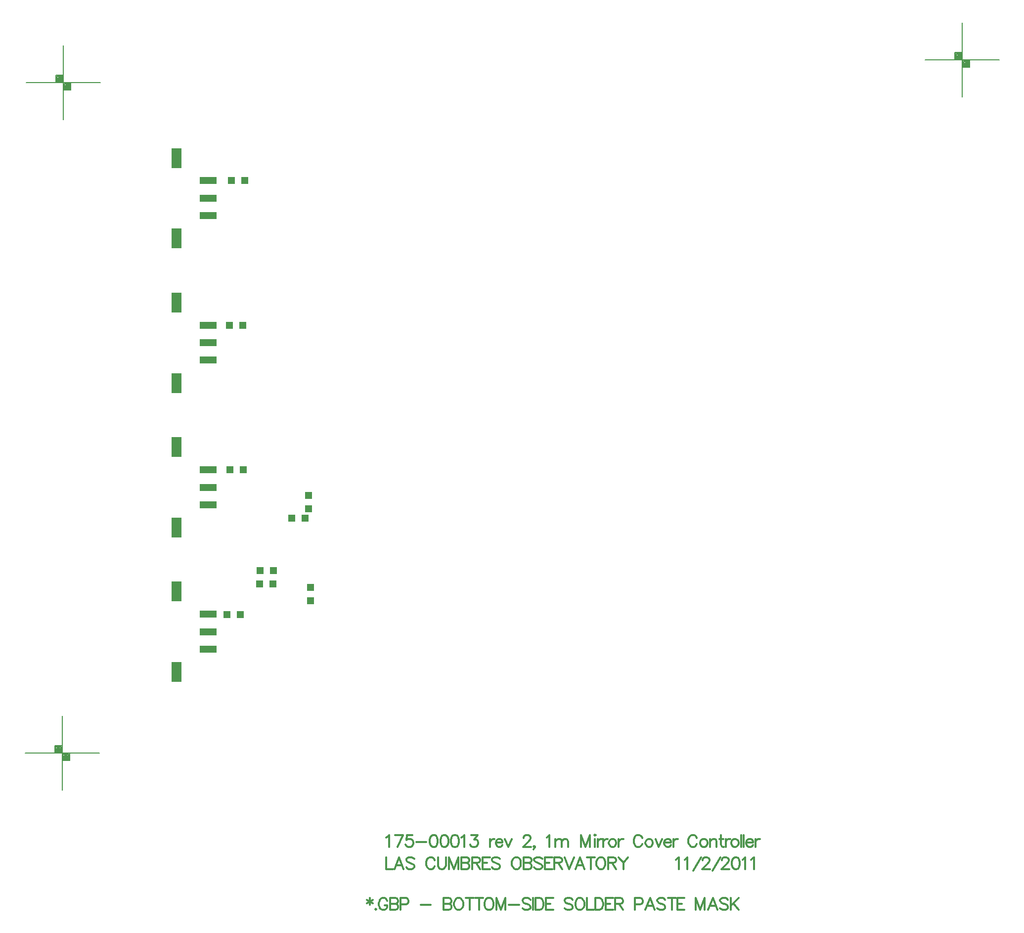
<source format=gbp>
%FSLAX23Y23*%
%MOIN*%
G70*
G01*
G75*
G04 Layer_Color=128*
%ADD10R,0.025X0.100*%
%ADD11R,0.057X0.012*%
%ADD12R,0.025X0.185*%
%ADD13R,0.085X0.138*%
%ADD14R,0.085X0.043*%
%ADD15R,0.085X0.043*%
%ADD16R,0.035X0.053*%
%ADD17R,0.053X0.053*%
%ADD18R,0.070X0.135*%
%ADD19R,0.036X0.036*%
%ADD20R,0.098X0.268*%
%ADD21R,0.078X0.048*%
%ADD22R,0.063X0.075*%
%ADD23R,0.050X0.050*%
%ADD24R,0.079X0.209*%
%ADD25R,0.094X0.130*%
%ADD26O,0.028X0.098*%
%ADD27R,0.087X0.059*%
%ADD28O,0.027X0.010*%
%ADD29R,0.065X0.094*%
%ADD30O,0.024X0.010*%
%ADD31R,0.135X0.070*%
%ADD32R,0.050X0.050*%
%ADD33R,0.115X0.050*%
%ADD34R,0.065X0.135*%
%ADD35C,0.050*%
%ADD36C,0.008*%
%ADD37C,0.005*%
%ADD38C,0.012*%
%ADD39C,0.010*%
%ADD40C,0.020*%
%ADD41C,0.100*%
%ADD42C,0.030*%
%ADD43C,0.025*%
%ADD44C,0.012*%
%ADD45C,0.012*%
%ADD46C,0.060*%
%ADD47C,0.039*%
%ADD48C,0.220*%
%ADD49C,0.020*%
%ADD50C,0.059*%
%ADD51R,0.059X0.059*%
%ADD52C,0.063*%
%ADD53C,0.116*%
%ADD54C,0.065*%
%ADD55C,0.100*%
%ADD56C,0.079*%
%ADD57R,0.059X0.059*%
%ADD58C,0.059*%
%ADD59C,0.087*%
%ADD60R,0.087X0.087*%
%ADD61C,0.157*%
%ADD62C,0.026*%
%ADD63C,0.024*%
%ADD64C,0.050*%
%ADD65C,0.040*%
%ADD66C,0.070*%
G04:AMPARAMS|DCode=67|XSize=90mil|YSize=90mil|CornerRadius=0mil|HoleSize=0mil|Usage=FLASHONLY|Rotation=0.000|XOffset=0mil|YOffset=0mil|HoleType=Round|Shape=Relief|Width=10mil|Gap=10mil|Entries=4|*
%AMTHD67*
7,0,0,0.090,0.070,0.010,45*
%
%ADD67THD67*%
%ADD68C,0.080*%
%ADD69C,0.206*%
%ADD70C,0.075*%
%ADD71C,0.168*%
%ADD72C,0.080*%
%ADD73C,0.103*%
%ADD74C,0.087*%
%ADD75C,0.075*%
%ADD76C,0.076*%
%ADD77C,0.131*%
%ADD78C,0.053*%
G04:AMPARAMS|DCode=79|XSize=110mil|YSize=110mil|CornerRadius=0mil|HoleSize=0mil|Usage=FLASHONLY|Rotation=0.000|XOffset=0mil|YOffset=0mil|HoleType=Round|Shape=Relief|Width=10mil|Gap=10mil|Entries=4|*
%AMTHD79*
7,0,0,0.110,0.090,0.010,45*
%
%ADD79THD79*%
G04:AMPARAMS|DCode=80|XSize=70mil|YSize=70mil|CornerRadius=0mil|HoleSize=0mil|Usage=FLASHONLY|Rotation=0.000|XOffset=0mil|YOffset=0mil|HoleType=Round|Shape=Relief|Width=10mil|Gap=10mil|Entries=4|*
%AMTHD80*
7,0,0,0.070,0.050,0.010,45*
%
%ADD80THD80*%
G04:AMPARAMS|DCode=81|XSize=120mil|YSize=120mil|CornerRadius=0mil|HoleSize=0mil|Usage=FLASHONLY|Rotation=0.000|XOffset=0mil|YOffset=0mil|HoleType=Round|Shape=Relief|Width=10mil|Gap=10mil|Entries=4|*
%AMTHD81*
7,0,0,0.120,0.100,0.010,45*
%
%ADD81THD81*%
%ADD82C,0.068*%
G04:AMPARAMS|DCode=83|XSize=100mil|YSize=100mil|CornerRadius=0mil|HoleSize=0mil|Usage=FLASHONLY|Rotation=0.000|XOffset=0mil|YOffset=0mil|HoleType=Round|Shape=Relief|Width=10mil|Gap=10mil|Entries=4|*
%AMTHD83*
7,0,0,0.100,0.080,0.010,45*
%
%ADD83THD83*%
G04:AMPARAMS|DCode=84|XSize=123mil|YSize=123mil|CornerRadius=0mil|HoleSize=0mil|Usage=FLASHONLY|Rotation=0.000|XOffset=0mil|YOffset=0mil|HoleType=Round|Shape=Relief|Width=10mil|Gap=10mil|Entries=4|*
%AMTHD84*
7,0,0,0.123,0.103,0.010,45*
%
%ADD84THD84*%
G04:AMPARAMS|DCode=85|XSize=95.433mil|YSize=95.433mil|CornerRadius=0mil|HoleSize=0mil|Usage=FLASHONLY|Rotation=0.000|XOffset=0mil|YOffset=0mil|HoleType=Round|Shape=Relief|Width=10mil|Gap=10mil|Entries=4|*
%AMTHD85*
7,0,0,0.095,0.075,0.010,45*
%
%ADD85THD85*%
G04:AMPARAMS|DCode=86|XSize=107.244mil|YSize=107.244mil|CornerRadius=0mil|HoleSize=0mil|Usage=FLASHONLY|Rotation=0.000|XOffset=0mil|YOffset=0mil|HoleType=Round|Shape=Relief|Width=10mil|Gap=10mil|Entries=4|*
%AMTHD86*
7,0,0,0.107,0.087,0.010,45*
%
%ADD86THD86*%
G04:AMPARAMS|DCode=87|XSize=96.221mil|YSize=96.221mil|CornerRadius=0mil|HoleSize=0mil|Usage=FLASHONLY|Rotation=0.000|XOffset=0mil|YOffset=0mil|HoleType=Round|Shape=Relief|Width=10mil|Gap=10mil|Entries=4|*
%AMTHD87*
7,0,0,0.096,0.076,0.010,45*
%
%ADD87THD87*%
G04:AMPARAMS|DCode=88|XSize=150.551mil|YSize=150.551mil|CornerRadius=0mil|HoleSize=0mil|Usage=FLASHONLY|Rotation=0.000|XOffset=0mil|YOffset=0mil|HoleType=Round|Shape=Relief|Width=10mil|Gap=10mil|Entries=4|*
%AMTHD88*
7,0,0,0.151,0.131,0.010,45*
%
%ADD88THD88*%
G04:AMPARAMS|DCode=89|XSize=72.992mil|YSize=72.992mil|CornerRadius=0mil|HoleSize=0mil|Usage=FLASHONLY|Rotation=0.000|XOffset=0mil|YOffset=0mil|HoleType=Round|Shape=Relief|Width=10mil|Gap=10mil|Entries=4|*
%AMTHD89*
7,0,0,0.073,0.053,0.010,45*
%
%ADD89THD89*%
%ADD90C,0.090*%
G04:AMPARAMS|DCode=91|XSize=88mil|YSize=88mil|CornerRadius=0mil|HoleSize=0mil|Usage=FLASHONLY|Rotation=0.000|XOffset=0mil|YOffset=0mil|HoleType=Round|Shape=Relief|Width=10mil|Gap=10mil|Entries=4|*
%AMTHD91*
7,0,0,0.088,0.068,0.010,45*
%
%ADD91THD91*%
%ADD92C,0.010*%
%ADD93C,0.010*%
%ADD94C,0.020*%
%ADD95C,0.008*%
%ADD96C,0.006*%
%ADD97C,0.007*%
%ADD98R,0.136X0.162*%
%ADD99R,0.033X0.108*%
%ADD100R,0.061X0.016*%
%ADD101R,0.033X0.193*%
%ADD102R,0.093X0.146*%
%ADD103R,0.093X0.051*%
%ADD104R,0.093X0.051*%
%ADD105R,0.043X0.061*%
%ADD106R,0.061X0.061*%
%ADD107R,0.078X0.143*%
%ADD108R,0.044X0.044*%
%ADD109R,0.106X0.276*%
%ADD110R,0.086X0.056*%
%ADD111R,0.071X0.083*%
%ADD112R,0.058X0.058*%
%ADD113R,0.087X0.217*%
%ADD114R,0.102X0.138*%
%ADD115O,0.036X0.106*%
%ADD116R,0.095X0.067*%
%ADD117O,0.035X0.018*%
%ADD118R,0.073X0.102*%
%ADD119O,0.032X0.018*%
%ADD120R,0.143X0.078*%
%ADD121R,0.058X0.058*%
%ADD122R,0.123X0.058*%
%ADD123R,0.073X0.143*%
%ADD124C,0.047*%
%ADD125C,0.228*%
%ADD126C,0.028*%
%ADD127C,0.067*%
%ADD128R,0.067X0.067*%
%ADD129C,0.071*%
%ADD130C,0.124*%
%ADD131C,0.073*%
%ADD132C,0.108*%
%ADD133C,0.087*%
%ADD134R,0.067X0.067*%
%ADD135C,0.067*%
%ADD136C,0.095*%
%ADD137R,0.095X0.095*%
%ADD138C,0.165*%
%ADD139C,0.032*%
%ADD140C,0.058*%
%ADD141R,1.232X0.245*%
%ADD142C,0.034*%
D23*
X12445Y11034D02*
D03*
X12535D02*
D03*
X12465Y12009D02*
D03*
X12555D02*
D03*
X12461Y12983D02*
D03*
X12551D02*
D03*
X12475Y13959D02*
D03*
X12565D02*
D03*
X12970Y11682D02*
D03*
X12880D02*
D03*
X12662Y11240D02*
D03*
X12752D02*
D03*
X12757Y11328D02*
D03*
X12667D02*
D03*
D32*
X12995Y11837D02*
D03*
Y11747D02*
D03*
X13007Y11125D02*
D03*
Y11215D02*
D03*
D33*
X12318Y11035D02*
D03*
Y10917D02*
D03*
Y10799D02*
D03*
Y13958D02*
D03*
Y13840D02*
D03*
Y13722D02*
D03*
Y12984D02*
D03*
Y12866D02*
D03*
Y12748D02*
D03*
Y12009D02*
D03*
Y11891D02*
D03*
Y11773D02*
D03*
D34*
X12102Y11188D02*
D03*
Y10646D02*
D03*
Y14111D02*
D03*
Y13569D02*
D03*
Y13137D02*
D03*
Y12594D02*
D03*
Y12162D02*
D03*
Y11620D02*
D03*
D36*
X11311Y14643D02*
X11321D01*
X11311Y14638D02*
Y14648D01*
Y14638D02*
X11321D01*
Y14648D01*
X11311D02*
X11321D01*
X11306Y14633D02*
Y14648D01*
Y14633D02*
X11326D01*
Y14653D01*
X11306D02*
X11326D01*
X11301Y14628D02*
Y14653D01*
Y14628D02*
X11331D01*
Y14658D01*
X11301D02*
X11331D01*
X11296Y14623D02*
Y14663D01*
Y14623D02*
X11336D01*
Y14663D01*
X11296D02*
X11336D01*
X11361Y14593D02*
X11371D01*
X11361Y14588D02*
Y14598D01*
Y14588D02*
X11371D01*
Y14598D01*
X11361D02*
X11371D01*
X11356Y14583D02*
Y14598D01*
Y14583D02*
X11376D01*
Y14603D01*
X11356D02*
X11376D01*
X11351Y14578D02*
Y14603D01*
Y14578D02*
X11381D01*
Y14608D01*
X11351D02*
X11381D01*
X11346Y14573D02*
Y14613D01*
Y14573D02*
X11386D01*
Y14613D01*
X11346D02*
X11386D01*
X11341Y14568D02*
X11391D01*
Y14618D01*
X11291Y14668D02*
X11341D01*
X11291Y14618D02*
Y14668D01*
X11341Y14368D02*
Y14868D01*
X11091Y14618D02*
X11591D01*
X11302Y10123D02*
X11312D01*
X11302Y10118D02*
Y10128D01*
Y10118D02*
X11312D01*
Y10128D01*
X11302D02*
X11312D01*
X11297Y10113D02*
Y10128D01*
Y10113D02*
X11317D01*
Y10133D01*
X11297D02*
X11317D01*
X11292Y10108D02*
Y10133D01*
Y10108D02*
X11322D01*
Y10138D01*
X11292D02*
X11322D01*
X11287Y10103D02*
Y10143D01*
Y10103D02*
X11327D01*
Y10143D01*
X11287D02*
X11327D01*
X11352Y10073D02*
X11362D01*
X11352Y10068D02*
Y10078D01*
Y10068D02*
X11362D01*
Y10078D01*
X11352D02*
X11362D01*
X11347Y10063D02*
Y10078D01*
Y10063D02*
X11367D01*
Y10083D01*
X11347D02*
X11367D01*
X11342Y10058D02*
Y10083D01*
Y10058D02*
X11372D01*
Y10088D01*
X11342D02*
X11372D01*
X11337Y10053D02*
Y10093D01*
Y10053D02*
X11377D01*
Y10093D01*
X11337D02*
X11377D01*
X11332Y10048D02*
X11382D01*
Y10098D01*
X11282Y10148D02*
X11332D01*
X11282Y10098D02*
Y10148D01*
X11332Y9848D02*
Y10348D01*
X11082Y10098D02*
X11582D01*
X17370Y14798D02*
X17380D01*
X17370Y14793D02*
Y14803D01*
Y14793D02*
X17380Y14793D01*
X17380Y14803D01*
X17370D02*
X17380D01*
X17365Y14788D02*
Y14803D01*
Y14788D02*
X17385D01*
Y14808D01*
X17365Y14808D02*
X17385Y14808D01*
X17360Y14783D02*
Y14808D01*
Y14783D02*
X17390D01*
Y14813D01*
X17360D02*
X17390D01*
X17355Y14778D02*
Y14818D01*
Y14778D02*
X17395D01*
Y14818D01*
X17355D02*
X17395D01*
X17420Y14748D02*
X17430D01*
X17420Y14743D02*
X17420Y14753D01*
X17420Y14743D02*
X17430D01*
Y14753D01*
X17420Y14753D02*
X17430Y14753D01*
X17415Y14738D02*
Y14753D01*
Y14738D02*
X17435Y14738D01*
X17435Y14758D02*
X17435Y14738D01*
X17415Y14758D02*
X17435D01*
X17410Y14733D02*
Y14758D01*
Y14733D02*
X17440D01*
Y14763D01*
X17410D02*
X17440D01*
X17405Y14728D02*
Y14768D01*
Y14728D02*
X17445D01*
Y14768D01*
X17405D02*
X17445D01*
X17400Y14723D02*
X17450Y14723D01*
X17450Y14773D02*
X17450Y14723D01*
X17350Y14823D02*
X17400Y14823D01*
X17350Y14823D02*
X17350Y14773D01*
X17400Y14523D02*
Y15023D01*
X17150Y14773D02*
X17650D01*
D38*
X13407Y9122D02*
Y9076D01*
X13388Y9110D02*
X13426Y9087D01*
Y9110D02*
X13388Y9087D01*
X13447Y9049D02*
X13443Y9045D01*
X13447Y9042D01*
X13450Y9045D01*
X13447Y9049D01*
X13525Y9103D02*
X13521Y9110D01*
X13514Y9118D01*
X13506Y9122D01*
X13491D01*
X13483Y9118D01*
X13475Y9110D01*
X13472Y9103D01*
X13468Y9091D01*
Y9072D01*
X13472Y9061D01*
X13475Y9053D01*
X13483Y9045D01*
X13491Y9042D01*
X13506D01*
X13514Y9045D01*
X13521Y9053D01*
X13525Y9061D01*
Y9072D01*
X13506D02*
X13525D01*
X13543Y9122D02*
Y9042D01*
Y9122D02*
X13578D01*
X13589Y9118D01*
X13593Y9114D01*
X13597Y9106D01*
Y9099D01*
X13593Y9091D01*
X13589Y9087D01*
X13578Y9084D01*
X13543D02*
X13578D01*
X13589Y9080D01*
X13593Y9076D01*
X13597Y9068D01*
Y9057D01*
X13593Y9049D01*
X13589Y9045D01*
X13578Y9042D01*
X13543D01*
X13615Y9080D02*
X13649D01*
X13660Y9084D01*
X13664Y9087D01*
X13668Y9095D01*
Y9106D01*
X13664Y9114D01*
X13660Y9118D01*
X13649Y9122D01*
X13615D01*
Y9042D01*
X13749Y9076D02*
X13817D01*
X13904Y9122D02*
Y9042D01*
Y9122D02*
X13938D01*
X13949Y9118D01*
X13953Y9114D01*
X13957Y9106D01*
Y9099D01*
X13953Y9091D01*
X13949Y9087D01*
X13938Y9084D01*
X13904D02*
X13938D01*
X13949Y9080D01*
X13953Y9076D01*
X13957Y9068D01*
Y9057D01*
X13953Y9049D01*
X13949Y9045D01*
X13938Y9042D01*
X13904D01*
X13998Y9122D02*
X13990Y9118D01*
X13982Y9110D01*
X13979Y9103D01*
X13975Y9091D01*
Y9072D01*
X13979Y9061D01*
X13982Y9053D01*
X13990Y9045D01*
X13998Y9042D01*
X14013D01*
X14021Y9045D01*
X14028Y9053D01*
X14032Y9061D01*
X14036Y9072D01*
Y9091D01*
X14032Y9103D01*
X14028Y9110D01*
X14021Y9118D01*
X14013Y9122D01*
X13998D01*
X14081D02*
Y9042D01*
X14054Y9122D02*
X14108D01*
X14144D02*
Y9042D01*
X14117Y9122D02*
X14171D01*
X14203D02*
X14195Y9118D01*
X14188Y9110D01*
X14184Y9103D01*
X14180Y9091D01*
Y9072D01*
X14184Y9061D01*
X14188Y9053D01*
X14195Y9045D01*
X14203Y9042D01*
X14218D01*
X14226Y9045D01*
X14233Y9053D01*
X14237Y9061D01*
X14241Y9072D01*
Y9091D01*
X14237Y9103D01*
X14233Y9110D01*
X14226Y9118D01*
X14218Y9122D01*
X14203D01*
X14260D02*
Y9042D01*
Y9122D02*
X14290Y9042D01*
X14321Y9122D02*
X14290Y9042D01*
X14321Y9122D02*
Y9042D01*
X14343Y9076D02*
X14412D01*
X14489Y9110D02*
X14481Y9118D01*
X14470Y9122D01*
X14455D01*
X14443Y9118D01*
X14436Y9110D01*
Y9103D01*
X14439Y9095D01*
X14443Y9091D01*
X14451Y9087D01*
X14474Y9080D01*
X14481Y9076D01*
X14485Y9072D01*
X14489Y9064D01*
Y9053D01*
X14481Y9045D01*
X14470Y9042D01*
X14455D01*
X14443Y9045D01*
X14436Y9053D01*
X14507Y9122D02*
Y9042D01*
X14524Y9122D02*
Y9042D01*
Y9122D02*
X14550D01*
X14562Y9118D01*
X14569Y9110D01*
X14573Y9103D01*
X14577Y9091D01*
Y9072D01*
X14573Y9061D01*
X14569Y9053D01*
X14562Y9045D01*
X14550Y9042D01*
X14524D01*
X14644Y9122D02*
X14595D01*
Y9042D01*
X14644D01*
X14595Y9084D02*
X14625D01*
X14774Y9110D02*
X14766Y9118D01*
X14755Y9122D01*
X14740D01*
X14728Y9118D01*
X14721Y9110D01*
Y9103D01*
X14724Y9095D01*
X14728Y9091D01*
X14736Y9087D01*
X14759Y9080D01*
X14766Y9076D01*
X14770Y9072D01*
X14774Y9064D01*
Y9053D01*
X14766Y9045D01*
X14755Y9042D01*
X14740D01*
X14728Y9045D01*
X14721Y9053D01*
X14815Y9122D02*
X14807Y9118D01*
X14799Y9110D01*
X14796Y9103D01*
X14792Y9091D01*
Y9072D01*
X14796Y9061D01*
X14799Y9053D01*
X14807Y9045D01*
X14815Y9042D01*
X14830D01*
X14837Y9045D01*
X14845Y9053D01*
X14849Y9061D01*
X14853Y9072D01*
Y9091D01*
X14849Y9103D01*
X14845Y9110D01*
X14837Y9118D01*
X14830Y9122D01*
X14815D01*
X14871D02*
Y9042D01*
X14917D01*
X14926Y9122D02*
Y9042D01*
Y9122D02*
X14953D01*
X14964Y9118D01*
X14972Y9110D01*
X14975Y9103D01*
X14979Y9091D01*
Y9072D01*
X14975Y9061D01*
X14972Y9053D01*
X14964Y9045D01*
X14953Y9042D01*
X14926D01*
X15047Y9122D02*
X14997D01*
Y9042D01*
X15047D01*
X14997Y9084D02*
X15028D01*
X15060Y9122D02*
Y9042D01*
Y9122D02*
X15094D01*
X15106Y9118D01*
X15109Y9114D01*
X15113Y9106D01*
Y9099D01*
X15109Y9091D01*
X15106Y9087D01*
X15094Y9084D01*
X15060D01*
X15087D02*
X15113Y9042D01*
X15194Y9080D02*
X15228D01*
X15240Y9084D01*
X15243Y9087D01*
X15247Y9095D01*
Y9106D01*
X15243Y9114D01*
X15240Y9118D01*
X15228Y9122D01*
X15194D01*
Y9042D01*
X15326D02*
X15296Y9122D01*
X15265Y9042D01*
X15277Y9068D02*
X15315D01*
X15398Y9110D02*
X15391Y9118D01*
X15379Y9122D01*
X15364D01*
X15352Y9118D01*
X15345Y9110D01*
Y9103D01*
X15349Y9095D01*
X15352Y9091D01*
X15360Y9087D01*
X15383Y9080D01*
X15391Y9076D01*
X15394Y9072D01*
X15398Y9064D01*
Y9053D01*
X15391Y9045D01*
X15379Y9042D01*
X15364D01*
X15352Y9045D01*
X15345Y9053D01*
X15443Y9122D02*
Y9042D01*
X15416Y9122D02*
X15469D01*
X15528D02*
X15479D01*
Y9042D01*
X15528D01*
X15479Y9084D02*
X15509D01*
X15605Y9122D02*
Y9042D01*
Y9122D02*
X15635Y9042D01*
X15665Y9122D02*
X15635Y9042D01*
X15665Y9122D02*
Y9042D01*
X15749D02*
X15719Y9122D01*
X15688Y9042D01*
X15700Y9068D02*
X15738D01*
X15821Y9110D02*
X15814Y9118D01*
X15802Y9122D01*
X15787D01*
X15776Y9118D01*
X15768Y9110D01*
Y9103D01*
X15772Y9095D01*
X15776Y9091D01*
X15783Y9087D01*
X15806Y9080D01*
X15814Y9076D01*
X15817Y9072D01*
X15821Y9064D01*
Y9053D01*
X15814Y9045D01*
X15802Y9042D01*
X15787D01*
X15776Y9045D01*
X15768Y9053D01*
X15839Y9122D02*
Y9042D01*
X15892Y9122D02*
X15839Y9068D01*
X15858Y9087D02*
X15892Y9042D01*
X13518Y9531D02*
X13526Y9535D01*
X13537Y9546D01*
Y9466D01*
X13630Y9546D02*
X13592Y9466D01*
X13577Y9546D02*
X13630D01*
X13694D02*
X13656D01*
X13652Y9512D01*
X13656Y9516D01*
X13667Y9520D01*
X13679D01*
X13690Y9516D01*
X13698Y9508D01*
X13701Y9497D01*
Y9489D01*
X13698Y9478D01*
X13690Y9470D01*
X13679Y9466D01*
X13667D01*
X13656Y9470D01*
X13652Y9474D01*
X13648Y9482D01*
X13719Y9501D02*
X13788D01*
X13834Y9546D02*
X13823Y9543D01*
X13815Y9531D01*
X13811Y9512D01*
Y9501D01*
X13815Y9482D01*
X13823Y9470D01*
X13834Y9466D01*
X13842D01*
X13853Y9470D01*
X13861Y9482D01*
X13865Y9501D01*
Y9512D01*
X13861Y9531D01*
X13853Y9543D01*
X13842Y9546D01*
X13834D01*
X13906D02*
X13894Y9543D01*
X13886Y9531D01*
X13883Y9512D01*
Y9501D01*
X13886Y9482D01*
X13894Y9470D01*
X13906Y9466D01*
X13913D01*
X13925Y9470D01*
X13932Y9482D01*
X13936Y9501D01*
Y9512D01*
X13932Y9531D01*
X13925Y9543D01*
X13913Y9546D01*
X13906D01*
X13977D02*
X13965Y9543D01*
X13958Y9531D01*
X13954Y9512D01*
Y9501D01*
X13958Y9482D01*
X13965Y9470D01*
X13977Y9466D01*
X13984D01*
X13996Y9470D01*
X14003Y9482D01*
X14007Y9501D01*
Y9512D01*
X14003Y9531D01*
X13996Y9543D01*
X13984Y9546D01*
X13977D01*
X14025Y9531D02*
X14033Y9535D01*
X14044Y9546D01*
Y9466D01*
X14091Y9546D02*
X14133D01*
X14110Y9516D01*
X14122D01*
X14129Y9512D01*
X14133Y9508D01*
X14137Y9497D01*
Y9489D01*
X14133Y9478D01*
X14126Y9470D01*
X14114Y9466D01*
X14103D01*
X14091Y9470D01*
X14088Y9474D01*
X14084Y9482D01*
X14218Y9520D02*
Y9466D01*
Y9497D02*
X14222Y9508D01*
X14229Y9516D01*
X14237Y9520D01*
X14248D01*
X14256Y9497D02*
X14301D01*
Y9504D01*
X14297Y9512D01*
X14294Y9516D01*
X14286Y9520D01*
X14275D01*
X14267Y9516D01*
X14259Y9508D01*
X14256Y9497D01*
Y9489D01*
X14259Y9478D01*
X14267Y9470D01*
X14275Y9466D01*
X14286D01*
X14294Y9470D01*
X14301Y9478D01*
X14318Y9520D02*
X14341Y9466D01*
X14364Y9520D02*
X14341Y9466D01*
X14444Y9527D02*
Y9531D01*
X14447Y9539D01*
X14451Y9543D01*
X14459Y9546D01*
X14474D01*
X14482Y9543D01*
X14486Y9539D01*
X14489Y9531D01*
Y9523D01*
X14486Y9516D01*
X14478Y9504D01*
X14440Y9466D01*
X14493D01*
X14519Y9470D02*
X14515Y9466D01*
X14511Y9470D01*
X14515Y9474D01*
X14519Y9470D01*
Y9463D01*
X14515Y9455D01*
X14511Y9451D01*
X14599Y9531D02*
X14607Y9535D01*
X14618Y9546D01*
Y9466D01*
X14658Y9520D02*
Y9466D01*
Y9504D02*
X14669Y9516D01*
X14677Y9520D01*
X14688D01*
X14696Y9516D01*
X14700Y9504D01*
Y9466D01*
Y9504D02*
X14711Y9516D01*
X14719Y9520D01*
X14730D01*
X14738Y9516D01*
X14742Y9504D01*
Y9466D01*
X14830Y9546D02*
Y9466D01*
Y9546D02*
X14860Y9466D01*
X14890Y9546D02*
X14860Y9466D01*
X14890Y9546D02*
Y9466D01*
X14921Y9546D02*
X14925Y9543D01*
X14929Y9546D01*
X14925Y9550D01*
X14921Y9546D01*
X14925Y9520D02*
Y9466D01*
X14943Y9520D02*
Y9466D01*
Y9497D02*
X14946Y9508D01*
X14954Y9516D01*
X14962Y9520D01*
X14973D01*
X14980D02*
Y9466D01*
Y9497D02*
X14984Y9508D01*
X14992Y9516D01*
X14999Y9520D01*
X15011D01*
X15037D02*
X15029Y9516D01*
X15022Y9508D01*
X15018Y9497D01*
Y9489D01*
X15022Y9478D01*
X15029Y9470D01*
X15037Y9466D01*
X15049D01*
X15056Y9470D01*
X15064Y9478D01*
X15068Y9489D01*
Y9497D01*
X15064Y9508D01*
X15056Y9516D01*
X15049Y9520D01*
X15037D01*
X15085D02*
Y9466D01*
Y9497D02*
X15089Y9508D01*
X15097Y9516D01*
X15104Y9520D01*
X15116D01*
X15243Y9527D02*
X15239Y9535D01*
X15231Y9543D01*
X15224Y9546D01*
X15208D01*
X15201Y9543D01*
X15193Y9535D01*
X15189Y9527D01*
X15186Y9516D01*
Y9497D01*
X15189Y9485D01*
X15193Y9478D01*
X15201Y9470D01*
X15208Y9466D01*
X15224D01*
X15231Y9470D01*
X15239Y9478D01*
X15243Y9485D01*
X15284Y9520D02*
X15277Y9516D01*
X15269Y9508D01*
X15265Y9497D01*
Y9489D01*
X15269Y9478D01*
X15277Y9470D01*
X15284Y9466D01*
X15296D01*
X15303Y9470D01*
X15311Y9478D01*
X15315Y9489D01*
Y9497D01*
X15311Y9508D01*
X15303Y9516D01*
X15296Y9520D01*
X15284D01*
X15332D02*
X15355Y9466D01*
X15378Y9520D02*
X15355Y9466D01*
X15391Y9497D02*
X15437D01*
Y9504D01*
X15433Y9512D01*
X15429Y9516D01*
X15421Y9520D01*
X15410D01*
X15402Y9516D01*
X15395Y9508D01*
X15391Y9497D01*
Y9489D01*
X15395Y9478D01*
X15402Y9470D01*
X15410Y9466D01*
X15421D01*
X15429Y9470D01*
X15437Y9478D01*
X15454Y9520D02*
Y9466D01*
Y9497D02*
X15458Y9508D01*
X15465Y9516D01*
X15473Y9520D01*
X15484D01*
X15611Y9527D02*
X15608Y9535D01*
X15600Y9543D01*
X15592Y9546D01*
X15577D01*
X15570Y9543D01*
X15562Y9535D01*
X15558Y9527D01*
X15554Y9516D01*
Y9497D01*
X15558Y9485D01*
X15562Y9478D01*
X15570Y9470D01*
X15577Y9466D01*
X15592D01*
X15600Y9470D01*
X15608Y9478D01*
X15611Y9485D01*
X15653Y9520D02*
X15645Y9516D01*
X15638Y9508D01*
X15634Y9497D01*
Y9489D01*
X15638Y9478D01*
X15645Y9470D01*
X15653Y9466D01*
X15664D01*
X15672Y9470D01*
X15680Y9478D01*
X15683Y9489D01*
Y9497D01*
X15680Y9508D01*
X15672Y9516D01*
X15664Y9520D01*
X15653D01*
X15701D02*
Y9466D01*
Y9504D02*
X15712Y9516D01*
X15720Y9520D01*
X15731D01*
X15739Y9516D01*
X15743Y9504D01*
Y9466D01*
X15775Y9546D02*
Y9482D01*
X15779Y9470D01*
X15787Y9466D01*
X15794D01*
X15764Y9520D02*
X15790D01*
X15806D02*
Y9466D01*
Y9497D02*
X15809Y9508D01*
X15817Y9516D01*
X15825Y9520D01*
X15836D01*
X15862D02*
X15855Y9516D01*
X15847Y9508D01*
X15843Y9497D01*
Y9489D01*
X15847Y9478D01*
X15855Y9470D01*
X15862Y9466D01*
X15874D01*
X15881Y9470D01*
X15889Y9478D01*
X15893Y9489D01*
Y9497D01*
X15889Y9508D01*
X15881Y9516D01*
X15874Y9520D01*
X15862D01*
X15910Y9546D02*
Y9466D01*
X15927Y9546D02*
Y9466D01*
X15944Y9497D02*
X15990D01*
Y9504D01*
X15986Y9512D01*
X15982Y9516D01*
X15974Y9520D01*
X15963D01*
X15955Y9516D01*
X15948Y9508D01*
X15944Y9497D01*
Y9489D01*
X15948Y9478D01*
X15955Y9470D01*
X15963Y9466D01*
X15974D01*
X15982Y9470D01*
X15990Y9478D01*
X16007Y9520D02*
Y9466D01*
Y9497D02*
X16011Y9508D01*
X16018Y9516D01*
X16026Y9520D01*
X16037D01*
D45*
X13518Y9396D02*
Y9316D01*
X13564D01*
X13634D02*
X13603Y9396D01*
X13573Y9316D01*
X13584Y9343D02*
X13622D01*
X13706Y9385D02*
X13698Y9393D01*
X13687Y9396D01*
X13671D01*
X13660Y9393D01*
X13652Y9385D01*
Y9377D01*
X13656Y9370D01*
X13660Y9366D01*
X13667Y9362D01*
X13690Y9354D01*
X13698Y9351D01*
X13702Y9347D01*
X13706Y9339D01*
Y9328D01*
X13698Y9320D01*
X13687Y9316D01*
X13671D01*
X13660Y9320D01*
X13652Y9328D01*
X13843Y9377D02*
X13840Y9385D01*
X13832Y9393D01*
X13824Y9396D01*
X13809D01*
X13802Y9393D01*
X13794Y9385D01*
X13790Y9377D01*
X13786Y9366D01*
Y9347D01*
X13790Y9335D01*
X13794Y9328D01*
X13802Y9320D01*
X13809Y9316D01*
X13824D01*
X13832Y9320D01*
X13840Y9328D01*
X13843Y9335D01*
X13866Y9396D02*
Y9339D01*
X13870Y9328D01*
X13877Y9320D01*
X13889Y9316D01*
X13896D01*
X13908Y9320D01*
X13915Y9328D01*
X13919Y9339D01*
Y9396D01*
X13941D02*
Y9316D01*
Y9396D02*
X13972Y9316D01*
X14002Y9396D02*
X13972Y9316D01*
X14002Y9396D02*
Y9316D01*
X14025Y9396D02*
Y9316D01*
Y9396D02*
X14059D01*
X14071Y9393D01*
X14075Y9389D01*
X14078Y9381D01*
Y9373D01*
X14075Y9366D01*
X14071Y9362D01*
X14059Y9358D01*
X14025D02*
X14059D01*
X14071Y9354D01*
X14075Y9351D01*
X14078Y9343D01*
Y9332D01*
X14075Y9324D01*
X14071Y9320D01*
X14059Y9316D01*
X14025D01*
X14096Y9396D02*
Y9316D01*
Y9396D02*
X14131D01*
X14142Y9393D01*
X14146Y9389D01*
X14150Y9381D01*
Y9373D01*
X14146Y9366D01*
X14142Y9362D01*
X14131Y9358D01*
X14096D01*
X14123D02*
X14150Y9316D01*
X14217Y9396D02*
X14168D01*
Y9316D01*
X14217D01*
X14168Y9358D02*
X14198D01*
X14284Y9385D02*
X14276Y9393D01*
X14265Y9396D01*
X14249D01*
X14238Y9393D01*
X14230Y9385D01*
Y9377D01*
X14234Y9370D01*
X14238Y9366D01*
X14246Y9362D01*
X14268Y9354D01*
X14276Y9351D01*
X14280Y9347D01*
X14284Y9339D01*
Y9328D01*
X14276Y9320D01*
X14265Y9316D01*
X14249D01*
X14238Y9320D01*
X14230Y9328D01*
X14387Y9396D02*
X14380Y9393D01*
X14372Y9385D01*
X14368Y9377D01*
X14364Y9366D01*
Y9347D01*
X14368Y9335D01*
X14372Y9328D01*
X14380Y9320D01*
X14387Y9316D01*
X14403D01*
X14410Y9320D01*
X14418Y9328D01*
X14422Y9335D01*
X14425Y9347D01*
Y9366D01*
X14422Y9377D01*
X14418Y9385D01*
X14410Y9393D01*
X14403Y9396D01*
X14387D01*
X14444D02*
Y9316D01*
Y9396D02*
X14478D01*
X14490Y9393D01*
X14494Y9389D01*
X14497Y9381D01*
Y9373D01*
X14494Y9366D01*
X14490Y9362D01*
X14478Y9358D01*
X14444D02*
X14478D01*
X14490Y9354D01*
X14494Y9351D01*
X14497Y9343D01*
Y9332D01*
X14494Y9324D01*
X14490Y9320D01*
X14478Y9316D01*
X14444D01*
X14569Y9385D02*
X14561Y9393D01*
X14550Y9396D01*
X14534D01*
X14523Y9393D01*
X14515Y9385D01*
Y9377D01*
X14519Y9370D01*
X14523Y9366D01*
X14531Y9362D01*
X14553Y9354D01*
X14561Y9351D01*
X14565Y9347D01*
X14569Y9339D01*
Y9328D01*
X14561Y9320D01*
X14550Y9316D01*
X14534D01*
X14523Y9320D01*
X14515Y9328D01*
X14636Y9396D02*
X14587D01*
Y9316D01*
X14636D01*
X14587Y9358D02*
X14617D01*
X14649Y9396D02*
Y9316D01*
Y9396D02*
X14684D01*
X14695Y9393D01*
X14699Y9389D01*
X14703Y9381D01*
Y9373D01*
X14699Y9366D01*
X14695Y9362D01*
X14684Y9358D01*
X14649D01*
X14676D02*
X14703Y9316D01*
X14721Y9396D02*
X14751Y9316D01*
X14782Y9396D02*
X14751Y9316D01*
X14853D02*
X14822Y9396D01*
X14792Y9316D01*
X14803Y9343D02*
X14841D01*
X14898Y9396D02*
Y9316D01*
X14871Y9396D02*
X14925D01*
X14957D02*
X14949Y9393D01*
X14942Y9385D01*
X14938Y9377D01*
X14934Y9366D01*
Y9347D01*
X14938Y9335D01*
X14942Y9328D01*
X14949Y9320D01*
X14957Y9316D01*
X14972D01*
X14980Y9320D01*
X14988Y9328D01*
X14991Y9335D01*
X14995Y9347D01*
Y9366D01*
X14991Y9377D01*
X14988Y9385D01*
X14980Y9393D01*
X14972Y9396D01*
X14957D01*
X15014D02*
Y9316D01*
Y9396D02*
X15048D01*
X15060Y9393D01*
X15063Y9389D01*
X15067Y9381D01*
Y9373D01*
X15063Y9366D01*
X15060Y9362D01*
X15048Y9358D01*
X15014D01*
X15041D02*
X15067Y9316D01*
X15085Y9396D02*
X15116Y9358D01*
Y9316D01*
X15146Y9396D02*
X15116Y9358D01*
X15471Y9381D02*
X15478Y9385D01*
X15490Y9396D01*
Y9316D01*
X15529Y9381D02*
X15537Y9385D01*
X15548Y9396D01*
Y9316D01*
X15588Y9305D02*
X15641Y9396D01*
X15650Y9377D02*
Y9381D01*
X15654Y9389D01*
X15658Y9393D01*
X15666Y9396D01*
X15681D01*
X15688Y9393D01*
X15692Y9389D01*
X15696Y9381D01*
Y9373D01*
X15692Y9366D01*
X15685Y9354D01*
X15646Y9316D01*
X15700D01*
X15718Y9305D02*
X15771Y9396D01*
X15780Y9377D02*
Y9381D01*
X15784Y9389D01*
X15788Y9393D01*
X15795Y9396D01*
X15811D01*
X15818Y9393D01*
X15822Y9389D01*
X15826Y9381D01*
Y9373D01*
X15822Y9366D01*
X15814Y9354D01*
X15776Y9316D01*
X15830D01*
X15870Y9396D02*
X15859Y9393D01*
X15851Y9381D01*
X15848Y9362D01*
Y9351D01*
X15851Y9332D01*
X15859Y9320D01*
X15870Y9316D01*
X15878D01*
X15889Y9320D01*
X15897Y9332D01*
X15901Y9351D01*
Y9362D01*
X15897Y9381D01*
X15889Y9393D01*
X15878Y9396D01*
X15870D01*
X15919Y9381D02*
X15926Y9385D01*
X15938Y9396D01*
Y9316D01*
X15977Y9381D02*
X15985Y9385D01*
X15996Y9396D01*
Y9316D01*
M02*

</source>
